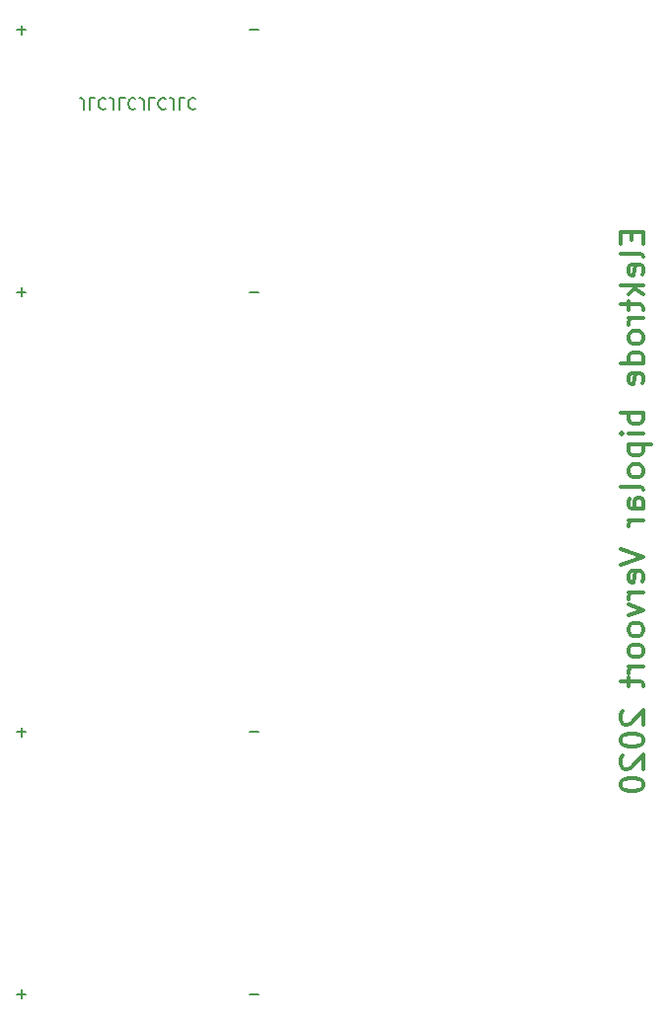
<source format=gbr>
G04 #@! TF.GenerationSoftware,KiCad,Pcbnew,(5.1.5)-3*
G04 #@! TF.CreationDate,2020-06-13T14:21:20+02:00*
G04 #@! TF.ProjectId,elektrode_v3_bipolar,656c656b-7472-46f6-9465-5f76335f6269,rev?*
G04 #@! TF.SameCoordinates,Original*
G04 #@! TF.FileFunction,Legend,Bot*
G04 #@! TF.FilePolarity,Positive*
%FSLAX46Y46*%
G04 Gerber Fmt 4.6, Leading zero omitted, Abs format (unit mm)*
G04 Created by KiCad (PCBNEW (5.1.5)-3) date 2020-06-13 14:21:20*
%MOMM*%
%LPD*%
G04 APERTURE LIST*
%ADD10C,0.150000*%
%ADD11C,0.300000*%
G04 APERTURE END LIST*
D10*
X95380952Y-65547619D02*
X95380952Y-64833333D01*
X95333333Y-64690476D01*
X95238095Y-64595238D01*
X95095238Y-64547619D01*
X95000000Y-64547619D01*
X96333333Y-64547619D02*
X95857142Y-64547619D01*
X95857142Y-65547619D01*
X97238095Y-64642857D02*
X97190476Y-64595238D01*
X97047619Y-64547619D01*
X96952380Y-64547619D01*
X96809523Y-64595238D01*
X96714285Y-64690476D01*
X96666666Y-64785714D01*
X96619047Y-64976190D01*
X96619047Y-65119047D01*
X96666666Y-65309523D01*
X96714285Y-65404761D01*
X96809523Y-65500000D01*
X96952380Y-65547619D01*
X97047619Y-65547619D01*
X97190476Y-65500000D01*
X97238095Y-65452380D01*
X97952380Y-65547619D02*
X97952380Y-64833333D01*
X97904761Y-64690476D01*
X97809523Y-64595238D01*
X97666666Y-64547619D01*
X97571428Y-64547619D01*
X98904761Y-64547619D02*
X98428571Y-64547619D01*
X98428571Y-65547619D01*
X99809523Y-64642857D02*
X99761904Y-64595238D01*
X99619047Y-64547619D01*
X99523809Y-64547619D01*
X99380952Y-64595238D01*
X99285714Y-64690476D01*
X99238095Y-64785714D01*
X99190476Y-64976190D01*
X99190476Y-65119047D01*
X99238095Y-65309523D01*
X99285714Y-65404761D01*
X99380952Y-65500000D01*
X99523809Y-65547619D01*
X99619047Y-65547619D01*
X99761904Y-65500000D01*
X99809523Y-65452380D01*
X100523809Y-65547619D02*
X100523809Y-64833333D01*
X100476190Y-64690476D01*
X100380952Y-64595238D01*
X100238095Y-64547619D01*
X100142857Y-64547619D01*
X101476190Y-64547619D02*
X101000000Y-64547619D01*
X101000000Y-65547619D01*
X102380952Y-64642857D02*
X102333333Y-64595238D01*
X102190476Y-64547619D01*
X102095238Y-64547619D01*
X101952380Y-64595238D01*
X101857142Y-64690476D01*
X101809523Y-64785714D01*
X101761904Y-64976190D01*
X101761904Y-65119047D01*
X101809523Y-65309523D01*
X101857142Y-65404761D01*
X101952380Y-65500000D01*
X102095238Y-65547619D01*
X102190476Y-65547619D01*
X102333333Y-65500000D01*
X102380952Y-65452380D01*
X103095238Y-65547619D02*
X103095238Y-64833333D01*
X103047619Y-64690476D01*
X102952380Y-64595238D01*
X102809523Y-64547619D01*
X102714285Y-64547619D01*
X104047619Y-64547619D02*
X103571428Y-64547619D01*
X103571428Y-65547619D01*
X104952380Y-64642857D02*
X104904761Y-64595238D01*
X104761904Y-64547619D01*
X104666666Y-64547619D01*
X104523809Y-64595238D01*
X104428571Y-64690476D01*
X104380952Y-64785714D01*
X104333333Y-64976190D01*
X104333333Y-65119047D01*
X104380952Y-65309523D01*
X104428571Y-65404761D01*
X104523809Y-65500000D01*
X104666666Y-65547619D01*
X104761904Y-65547619D01*
X104904761Y-65500000D01*
X104952380Y-65452380D01*
D11*
X142357142Y-76095238D02*
X142357142Y-76761904D01*
X143404761Y-77047619D02*
X143404761Y-76095238D01*
X141404761Y-76095238D01*
X141404761Y-77047619D01*
X143404761Y-78190476D02*
X143309523Y-78000000D01*
X143119047Y-77904761D01*
X141404761Y-77904761D01*
X143309523Y-79714285D02*
X143404761Y-79523809D01*
X143404761Y-79142857D01*
X143309523Y-78952380D01*
X143119047Y-78857142D01*
X142357142Y-78857142D01*
X142166666Y-78952380D01*
X142071428Y-79142857D01*
X142071428Y-79523809D01*
X142166666Y-79714285D01*
X142357142Y-79809523D01*
X142547619Y-79809523D01*
X142738095Y-78857142D01*
X143404761Y-80666666D02*
X141404761Y-80666666D01*
X142642857Y-80857142D02*
X143404761Y-81428571D01*
X142071428Y-81428571D02*
X142833333Y-80666666D01*
X142071428Y-82000000D02*
X142071428Y-82761904D01*
X141404761Y-82285714D02*
X143119047Y-82285714D01*
X143309523Y-82380952D01*
X143404761Y-82571428D01*
X143404761Y-82761904D01*
X143404761Y-83428571D02*
X142071428Y-83428571D01*
X142452380Y-83428571D02*
X142261904Y-83523809D01*
X142166666Y-83619047D01*
X142071428Y-83809523D01*
X142071428Y-83999999D01*
X143404761Y-84952380D02*
X143309523Y-84761904D01*
X143214285Y-84666666D01*
X143023809Y-84571428D01*
X142452380Y-84571428D01*
X142261904Y-84666666D01*
X142166666Y-84761904D01*
X142071428Y-84952380D01*
X142071428Y-85238095D01*
X142166666Y-85428571D01*
X142261904Y-85523809D01*
X142452380Y-85619047D01*
X143023809Y-85619047D01*
X143214285Y-85523809D01*
X143309523Y-85428571D01*
X143404761Y-85238095D01*
X143404761Y-84952380D01*
X143404761Y-87333333D02*
X141404761Y-87333333D01*
X143309523Y-87333333D02*
X143404761Y-87142857D01*
X143404761Y-86761904D01*
X143309523Y-86571428D01*
X143214285Y-86476190D01*
X143023809Y-86380952D01*
X142452380Y-86380952D01*
X142261904Y-86476190D01*
X142166666Y-86571428D01*
X142071428Y-86761904D01*
X142071428Y-87142857D01*
X142166666Y-87333333D01*
X143309523Y-89047619D02*
X143404761Y-88857142D01*
X143404761Y-88476190D01*
X143309523Y-88285714D01*
X143119047Y-88190476D01*
X142357142Y-88190476D01*
X142166666Y-88285714D01*
X142071428Y-88476190D01*
X142071428Y-88857142D01*
X142166666Y-89047619D01*
X142357142Y-89142857D01*
X142547619Y-89142857D01*
X142738095Y-88190476D01*
X143404761Y-91523809D02*
X141404761Y-91523809D01*
X142166666Y-91523809D02*
X142071428Y-91714285D01*
X142071428Y-92095238D01*
X142166666Y-92285714D01*
X142261904Y-92380952D01*
X142452380Y-92476190D01*
X143023809Y-92476190D01*
X143214285Y-92380952D01*
X143309523Y-92285714D01*
X143404761Y-92095238D01*
X143404761Y-91714285D01*
X143309523Y-91523809D01*
X143404761Y-93333333D02*
X142071428Y-93333333D01*
X141404761Y-93333333D02*
X141500000Y-93238095D01*
X141595238Y-93333333D01*
X141500000Y-93428571D01*
X141404761Y-93333333D01*
X141595238Y-93333333D01*
X142071428Y-94285714D02*
X144071428Y-94285714D01*
X142166666Y-94285714D02*
X142071428Y-94476190D01*
X142071428Y-94857142D01*
X142166666Y-95047619D01*
X142261904Y-95142857D01*
X142452380Y-95238095D01*
X143023809Y-95238095D01*
X143214285Y-95142857D01*
X143309523Y-95047619D01*
X143404761Y-94857142D01*
X143404761Y-94476190D01*
X143309523Y-94285714D01*
X143404761Y-96380952D02*
X143309523Y-96190476D01*
X143214285Y-96095238D01*
X143023809Y-95999999D01*
X142452380Y-95999999D01*
X142261904Y-96095238D01*
X142166666Y-96190476D01*
X142071428Y-96380952D01*
X142071428Y-96666666D01*
X142166666Y-96857142D01*
X142261904Y-96952380D01*
X142452380Y-97047619D01*
X143023809Y-97047619D01*
X143214285Y-96952380D01*
X143309523Y-96857142D01*
X143404761Y-96666666D01*
X143404761Y-96380952D01*
X143404761Y-98190476D02*
X143309523Y-97999999D01*
X143119047Y-97904761D01*
X141404761Y-97904761D01*
X143404761Y-99809523D02*
X142357142Y-99809523D01*
X142166666Y-99714285D01*
X142071428Y-99523809D01*
X142071428Y-99142857D01*
X142166666Y-98952380D01*
X143309523Y-99809523D02*
X143404761Y-99619047D01*
X143404761Y-99142857D01*
X143309523Y-98952380D01*
X143119047Y-98857142D01*
X142928571Y-98857142D01*
X142738095Y-98952380D01*
X142642857Y-99142857D01*
X142642857Y-99619047D01*
X142547619Y-99809523D01*
X143404761Y-100761904D02*
X142071428Y-100761904D01*
X142452380Y-100761904D02*
X142261904Y-100857142D01*
X142166666Y-100952380D01*
X142071428Y-101142857D01*
X142071428Y-101333333D01*
X141404761Y-103238095D02*
X143404761Y-103904761D01*
X141404761Y-104571428D01*
X143309523Y-105999999D02*
X143404761Y-105809523D01*
X143404761Y-105428571D01*
X143309523Y-105238095D01*
X143119047Y-105142857D01*
X142357142Y-105142857D01*
X142166666Y-105238095D01*
X142071428Y-105428571D01*
X142071428Y-105809523D01*
X142166666Y-105999999D01*
X142357142Y-106095238D01*
X142547619Y-106095238D01*
X142738095Y-105142857D01*
X143404761Y-106952380D02*
X142071428Y-106952380D01*
X142452380Y-106952380D02*
X142261904Y-107047619D01*
X142166666Y-107142857D01*
X142071428Y-107333333D01*
X142071428Y-107523809D01*
X142071428Y-107999999D02*
X143404761Y-108476190D01*
X142071428Y-108952380D01*
X143404761Y-109999999D02*
X143309523Y-109809523D01*
X143214285Y-109714285D01*
X143023809Y-109619047D01*
X142452380Y-109619047D01*
X142261904Y-109714285D01*
X142166666Y-109809523D01*
X142071428Y-109999999D01*
X142071428Y-110285714D01*
X142166666Y-110476190D01*
X142261904Y-110571428D01*
X142452380Y-110666666D01*
X143023809Y-110666666D01*
X143214285Y-110571428D01*
X143309523Y-110476190D01*
X143404761Y-110285714D01*
X143404761Y-109999999D01*
X143404761Y-111809523D02*
X143309523Y-111619047D01*
X143214285Y-111523809D01*
X143023809Y-111428571D01*
X142452380Y-111428571D01*
X142261904Y-111523809D01*
X142166666Y-111619047D01*
X142071428Y-111809523D01*
X142071428Y-112095238D01*
X142166666Y-112285714D01*
X142261904Y-112380952D01*
X142452380Y-112476190D01*
X143023809Y-112476190D01*
X143214285Y-112380952D01*
X143309523Y-112285714D01*
X143404761Y-112095238D01*
X143404761Y-111809523D01*
X143404761Y-113333333D02*
X142071428Y-113333333D01*
X142452380Y-113333333D02*
X142261904Y-113428571D01*
X142166666Y-113523809D01*
X142071428Y-113714285D01*
X142071428Y-113904761D01*
X142071428Y-114285714D02*
X142071428Y-115047619D01*
X141404761Y-114571428D02*
X143119047Y-114571428D01*
X143309523Y-114666666D01*
X143404761Y-114857142D01*
X143404761Y-115047619D01*
X141595238Y-117142857D02*
X141500000Y-117238095D01*
X141404761Y-117428571D01*
X141404761Y-117904761D01*
X141500000Y-118095238D01*
X141595238Y-118190476D01*
X141785714Y-118285714D01*
X141976190Y-118285714D01*
X142261904Y-118190476D01*
X143404761Y-117047619D01*
X143404761Y-118285714D01*
X141404761Y-119523809D02*
X141404761Y-119714285D01*
X141500000Y-119904761D01*
X141595238Y-119999999D01*
X141785714Y-120095238D01*
X142166666Y-120190476D01*
X142642857Y-120190476D01*
X143023809Y-120095238D01*
X143214285Y-119999999D01*
X143309523Y-119904761D01*
X143404761Y-119714285D01*
X143404761Y-119523809D01*
X143309523Y-119333333D01*
X143214285Y-119238095D01*
X143023809Y-119142857D01*
X142642857Y-119047619D01*
X142166666Y-119047619D01*
X141785714Y-119142857D01*
X141595238Y-119238095D01*
X141500000Y-119333333D01*
X141404761Y-119523809D01*
X141595238Y-120952380D02*
X141500000Y-121047619D01*
X141404761Y-121238095D01*
X141404761Y-121714285D01*
X141500000Y-121904761D01*
X141595238Y-121999999D01*
X141785714Y-122095238D01*
X141976190Y-122095238D01*
X142261904Y-121999999D01*
X143404761Y-120857142D01*
X143404761Y-122095238D01*
X141404761Y-123333333D02*
X141404761Y-123523809D01*
X141500000Y-123714285D01*
X141595238Y-123809523D01*
X141785714Y-123904761D01*
X142166666Y-123999999D01*
X142642857Y-123999999D01*
X143023809Y-123904761D01*
X143214285Y-123809523D01*
X143309523Y-123714285D01*
X143404761Y-123523809D01*
X143404761Y-123333333D01*
X143309523Y-123142857D01*
X143214285Y-123047619D01*
X143023809Y-122952380D01*
X142642857Y-122857142D01*
X142166666Y-122857142D01*
X141785714Y-122952380D01*
X141595238Y-123047619D01*
X141500000Y-123142857D01*
X141404761Y-123333333D01*
D10*
X90380952Y-81221428D02*
X89619047Y-81221428D01*
X90000000Y-81602380D02*
X90000000Y-80840476D01*
X110380952Y-81221428D02*
X109619047Y-81221428D01*
X110380952Y-118921428D02*
X109619047Y-118921428D01*
X90380952Y-118921428D02*
X89619047Y-118921428D01*
X90000000Y-119302380D02*
X90000000Y-118540476D01*
X110380952Y-141421428D02*
X109619047Y-141421428D01*
X90380952Y-141421428D02*
X89619047Y-141421428D01*
X90000000Y-141802380D02*
X90000000Y-141040476D01*
X110380952Y-58721428D02*
X109619047Y-58721428D01*
X90380952Y-58721428D02*
X89619047Y-58721428D01*
X90000000Y-59102380D02*
X90000000Y-58340476D01*
M02*

</source>
